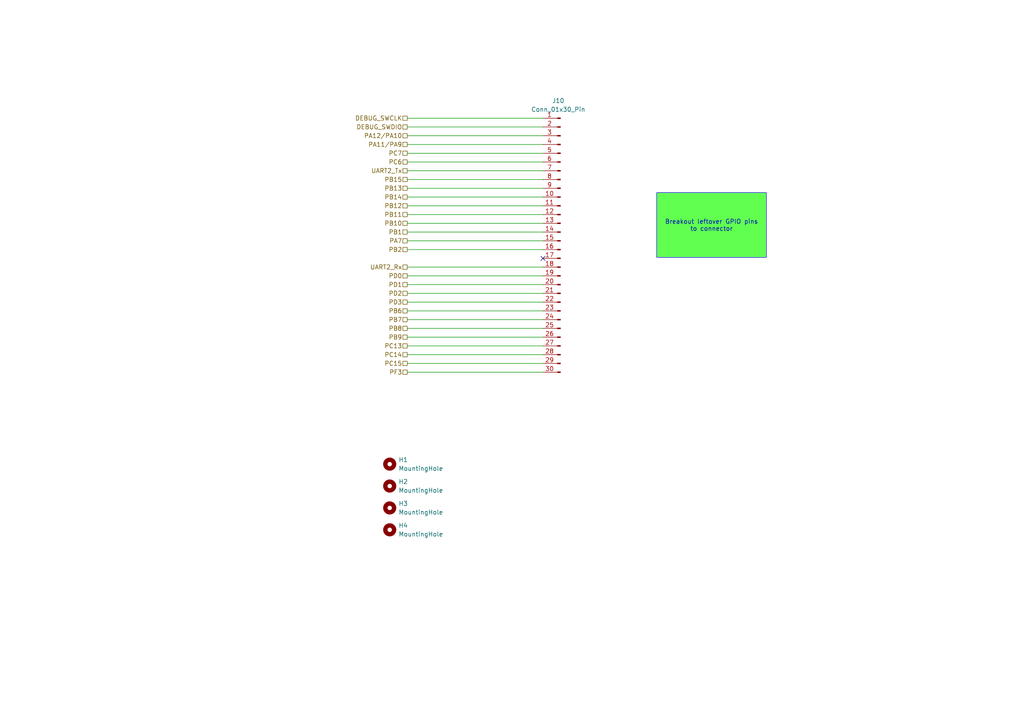
<source format=kicad_sch>
(kicad_sch (version 20231120) (generator "eeschema") (generator_version "8.0")
  (paper "A4")
  (lib_symbols
    (symbol "Connector:Conn_01x30_Pin" (pin_names (offset 1.016) hide)
      (property "Reference" "J" (at 0 38.1 0))
      (property "Value" "Conn_01x30_Pin" (at 0 -40.64 0))
      (symbol "Conn_01x30_Pin_1_1"
        (polyline (pts (xy 1.27 -38.1) (xy 0.8636 -38.1)) (stroke (width 0.1524)))
        (polyline (pts (xy 1.27 -35.56) (xy 0.8636 -35.56)) (stroke (width 0.1524)))
        (polyline (pts (xy 1.27 -33.02) (xy 0.8636 -33.02)) (stroke (width 0.1524)))
        (polyline (pts (xy 1.27 -30.48) (xy 0.8636 -30.48)) (stroke (width 0.1524)))
        (polyline (pts (xy 1.27 -27.94) (xy 0.8636 -27.94)) (stroke (width 0.1524)))
        (polyline (pts (xy 1.27 -25.4) (xy 0.8636 -25.4)) (stroke (width 0.1524)))
        (polyline (pts (xy 1.27 -22.86) (xy 0.8636 -22.86)) (stroke (width 0.1524)))
        (polyline (pts (xy 1.27 -20.32) (xy 0.8636 -20.32)) (stroke (width 0.1524)))
        (polyline (pts (xy 1.27 -17.78) (xy 0.8636 -17.78)) (stroke (width 0.1524)))
        (polyline (pts (xy 1.27 -15.24) (xy 0.8636 -15.24)) (stroke (width 0.1524)))
        (polyline (pts (xy 1.27 -12.7) (xy 0.8636 -12.7)) (stroke (width 0.1524)))
        (polyline (pts (xy 1.27 -10.16) (xy 0.8636 -10.16)) (stroke (width 0.1524)))
        (polyline (pts (xy 1.27 -7.62) (xy 0.8636 -7.62)) (stroke (width 0.1524)))
        (polyline (pts (xy 1.27 -5.08) (xy 0.8636 -5.08)) (stroke (width 0.1524)))
        (polyline (pts (xy 1.27 -2.54) (xy 0.8636 -2.54)) (stroke (width 0.1524)))
        (polyline (pts (xy 1.27 0) (xy 0.8636 0)) (stroke (width 0.1524)))
        (polyline (pts (xy 1.27 2.54) (xy 0.8636 2.54)) (stroke (width 0.1524)))
        (polyline (pts (xy 1.27 5.08) (xy 0.8636 5.08)) (stroke (width 0.1524)))
        (polyline (pts (xy 1.27 7.62) (xy 0.8636 7.62)) (stroke (width 0.1524)))
        (polyline (pts (xy 1.27 10.16) (xy 0.8636 10.16)) (stroke (width 0.1524)))
        (polyline (pts (xy 1.27 12.7) (xy 0.8636 12.7)) (stroke (width 0.1524)))
        (polyline (pts (xy 1.27 15.24) (xy 0.8636 15.24)) (stroke (width 0.1524)))
        (polyline (pts (xy 1.27 17.78) (xy 0.8636 17.78)) (stroke (width 0.1524)))
        (polyline (pts (xy 1.27 20.32) (xy 0.8636 20.32)) (stroke (width 0.1524)))
        (polyline (pts (xy 1.27 22.86) (xy 0.8636 22.86)) (stroke (width 0.1524)))
        (polyline (pts (xy 1.27 25.4) (xy 0.8636 25.4)) (stroke (width 0.1524)))
        (polyline (pts (xy 1.27 27.94) (xy 0.8636 27.94)) (stroke (width 0.1524)))
        (polyline (pts (xy 1.27 30.48) (xy 0.8636 30.48)) (stroke (width 0.1524)))
        (polyline (pts (xy 1.27 33.02) (xy 0.8636 33.02)) (stroke (width 0.1524)))
        (polyline (pts (xy 1.27 35.56) (xy 0.8636 35.56)) (stroke (width 0.1524)))
        (rectangle (start 0.8636 -37.973) (end 0 -38.227) (stroke (width 0.1524)) (fill (type outline)))
        (rectangle (start 0.8636 -35.433) (end 0 -35.687) (stroke (width 0.1524)) (fill (type outline)))
        (rectangle (start 0.8636 -32.893) (end 0 -33.147) (stroke (width 0.1524)) (fill (type outline)))
        (rectangle (start 0.8636 -30.353) (end 0 -30.607) (stroke (width 0.1524)) (fill (type outline)))
        (rectangle (start 0.8636 -27.813) (end 0 -28.067) (stroke (width 0.1524)) (fill (type outline)))
        (rectangle (start 0.8636 -25.273) (end 0 -25.527) (stroke (width 0.1524)) (fill (type outline)))
        (rectangle (start 0.8636 -22.733) (end 0 -22.987) (stroke (width 0.1524)) (fill (type outline)))
        (rectangle (start 0.8636 -20.193) (end 0 -20.447) (stroke (width 0.1524)) (fill (type outline)))
        (rectangle (start 0.8636 -17.653) (end 0 -17.907) (stroke (width 0.1524)) (fill (type outline)))
        (rectangle (start 0.8636 -15.113) (end 0 -15.367) (stroke (width 0.1524)) (fill (type outline)))
        (rectangle (start 0.8636 -12.573) (end 0 -12.827) (stroke (width 0.1524)) (fill (type outline)))
        (rectangle (start 0.8636 -10.033) (end 0 -10.287) (stroke (width 0.1524)) (fill (type outline)))
        (rectangle (start 0.8636 -7.493) (end 0 -7.747) (stroke (width 0.1524)) (fill (type outline)))
        (rectangle (start 0.8636 -4.953) (end 0 -5.207) (stroke (width 0.1524)) (fill (type outline)))
        (rectangle (start 0.8636 -2.413) (end 0 -2.667) (stroke (width 0.1524)) (fill (type outline)))
        (rectangle (start 0.8636 0.127) (end 0 -0.127) (stroke (width 0.1524)) (fill (type outline)))
        (rectangle (start 0.8636 2.667) (end 0 2.413) (stroke (width 0.1524)) (fill (type outline)))
        (rectangle (start 0.8636 5.207) (end 0 4.953) (stroke (width 0.1524)) (fill (type outline)))
        (rectangle (start 0.8636 7.747) (end 0 7.493) (stroke (width 0.1524)) (fill (type outline)))
        (rectangle (start 0.8636 10.287) (end 0 10.033) (stroke (width 0.1524)) (fill (type outline)))
        (rectangle (start 0.8636 12.827) (end 0 12.573) (stroke (width 0.1524)) (fill (type outline)))
        (rectangle (start 0.8636 15.367) (end 0 15.113) (stroke (width 0.1524)) (fill (type outline)))
        (rectangle (start 0.8636 17.907) (end 0 17.653) (stroke (width 0.1524)) (fill (type outline)))
        (rectangle (start 0.8636 20.447) (end 0 20.193) (stroke (width 0.1524)) (fill (type outline)))
        (rectangle (start 0.8636 22.987) (end 0 22.733) (stroke (width 0.1524)) (fill (type outline)))
        (rectangle (start 0.8636 25.527) (end 0 25.273) (stroke (width 0.1524)) (fill (type outline)))
        (rectangle (start 0.8636 28.067) (end 0 27.813) (stroke (width 0.1524)) (fill (type outline)))
        (rectangle (start 0.8636 30.607) (end 0 30.353) (stroke (width 0.1524)) (fill (type outline)))
        (rectangle (start 0.8636 33.147) (end 0 32.893) (stroke (width 0.1524)) (fill (type outline)))
        (rectangle (start 0.8636 35.687) (end 0 35.433) (stroke (width 0.1524)) (fill (type outline)))
        (pin passive line (at 5.08 35.56 180) (length 3.81) (name "Pin_1") (number "1"))
        (pin passive line (at 5.08 12.7 180) (length 3.81) (name "Pin_10") (number "10"))
        (pin passive line (at 5.08 10.16 180) (length 3.81) (name "Pin_11") (number "11"))
        (pin passive line (at 5.08 7.62 180) (length 3.81) (name "Pin_12") (number "12"))
        (pin passive line (at 5.08 5.08 180) (length 3.81) (name "Pin_13") (number "13"))
        (pin passive line (at 5.08 2.54 180) (length 3.81) (name "Pin_14") (number "14"))
        (pin passive line (at 5.08 0 180) (length 3.81) (name "Pin_15") (number "15"))
        (pin passive line (at 5.08 -2.54 180) (length 3.81) (name "Pin_16") (number "16"))
        (pin passive line (at 5.08 -5.08 180) (length 3.81) (name "Pin_17") (number "17"))
        (pin passive line (at 5.08 -7.62 180) (length 3.81) (name "Pin_18") (number "18"))
        (pin passive line (at 5.08 -10.16 180) (length 3.81) (name "Pin_19") (number "19"))
        (pin passive line (at 5.08 33.02 180) (length 3.81) (name "Pin_2") (number "2"))
        (pin passive line (at 5.08 -12.7 180) (length 3.81) (name "Pin_20") (number "20"))
        (pin passive line (at 5.08 -15.24 180) (length 3.81) (name "Pin_21") (number "21"))
        (pin passive line (at 5.08 -17.78 180) (length 3.81) (name "Pin_22") (number "22"))
        (pin passive line (at 5.08 -20.32 180) (length 3.81) (name "Pin_23") (number "23"))
        (pin passive line (at 5.08 -22.86 180) (length 3.81) (name "Pin_24") (number "24"))
        (pin passive line (at 5.08 -25.4 180) (length 3.81) (name "Pin_25") (number "25"))
        (pin passive line (at 5.08 -27.94 180) (length 3.81) (name "Pin_26") (number "26"))
        (pin passive line (at 5.08 -30.48 180) (length 3.81) (name "Pin_27") (number "27"))
        (pin passive line (at 5.08 -33.02 180) (length 3.81) (name "Pin_28") (number "28"))
        (pin passive line (at 5.08 -35.56 180) (length 3.81) (name "Pin_29") (number "29"))
        (pin passive line (at 5.08 30.48 180) (length 3.81) (name "Pin_3") (number "3"))
        (pin passive line (at 5.08 -38.1 180) (length 3.81) (name "Pin_30") (number "30"))
        (pin passive line (at 5.08 27.94 180) (length 3.81) (name "Pin_4") (number "4"))
        (pin passive line (at 5.08 25.4 180) (length 3.81) (name "Pin_5") (number "5"))
        (pin passive line (at 5.08 22.86 180) (length 3.81) (name "Pin_6") (number "6"))
        (pin passive line (at 5.08 20.32 180) (length 3.81) (name "Pin_7") (number "7"))
        (pin passive line (at 5.08 17.78 180) (length 3.81) (name "Pin_8") (number "8"))
        (pin passive line (at 5.08 15.24 180) (length 3.81) (name "Pin_9") (number "9"))
      )
    )
    (symbol "Mechanical:MountingHole" (pin_names (offset 1.016))
      (property "Reference" "H" (at 0 5.08 0))
      (property "Value" "MountingHole" (at 0 3.175 0))
      (symbol "MountingHole_0_1"
        (circle (center 0 0) (radius 1.27) (stroke (width 1.27)))
      )
    )
  )
  (no_connect (at 157.48 74.93))
  (wire (pts (xy 118.11 54.61) (xy 157.48 54.61)))
  (wire (pts (xy 118.11 49.53) (xy 157.48 49.53)))
  (wire (pts (xy 118.11 107.95) (xy 157.48 107.95)))
  (wire (pts (xy 118.11 69.85) (xy 157.48 69.85)))
  (wire (pts (xy 118.11 64.77) (xy 157.48 64.77)))
  (wire (pts (xy 118.11 46.99) (xy 157.48 46.99)))
  (wire (pts (xy 118.11 82.55) (xy 157.48 82.55)))
  (wire (pts (xy 118.11 80.01) (xy 157.48 80.01)))
  (wire (pts (xy 118.11 52.07) (xy 157.48 52.07)))
  (wire (pts (xy 118.11 105.41) (xy 157.48 105.41)))
  (wire (pts (xy 118.11 36.83) (xy 157.48 36.83)))
  (wire (pts (xy 118.11 90.17) (xy 157.48 90.17)))
  (wire (pts (xy 118.11 102.87) (xy 157.48 102.87)))
  (wire (pts (xy 118.11 57.15) (xy 157.48 57.15)))
  (wire (pts (xy 118.11 72.39) (xy 157.48 72.39)))
  (wire (pts (xy 118.11 95.25) (xy 157.48 95.25)))
  (wire (pts (xy 118.11 92.71) (xy 157.48 92.71)))
  (wire (pts (xy 118.11 100.33) (xy 157.48 100.33)))
  (wire (pts (xy 118.11 34.29) (xy 157.48 34.29)))
  (wire (pts (xy 118.11 39.37) (xy 157.48 39.37)))
  (wire (pts (xy 118.11 97.79) (xy 157.48 97.79)))
  (wire (pts (xy 118.11 67.31) (xy 157.48 67.31)))
  (wire (pts (xy 118.11 62.23) (xy 157.48 62.23)))
  (wire (pts (xy 118.11 59.69) (xy 157.48 59.69)))
  (wire (pts (xy 118.11 85.09) (xy 157.48 85.09)))
  (wire (pts (xy 118.11 41.91) (xy 157.48 41.91)))
  (wire (pts (xy 118.11 87.63) (xy 157.48 87.63)))
  (wire (pts (xy 118.11 44.45) (xy 157.48 44.45)))
  (wire (pts (xy 118.11 77.47) (xy 157.48 77.47)))
  (text_box "Breakout leftover GPIO pins to connector\n" (at 190.5 55.88 0) (size 31.75 18.7571) (fill (type color) (color 97 255 80 1)) (effects (font (size 1.27 1.27))))
  (hierarchical_label "PC15" (shape passive) (at 118.11 105.41 180))
  (hierarchical_label "PB8" (shape passive) (at 118.11 95.25 180))
  (hierarchical_label "PB6" (shape passive) (at 118.11 90.17 180))
  (hierarchical_label "PB13" (shape passive) (at 118.11 54.61 180))
  (hierarchical_label "PB14" (shape passive) (at 118.11 57.15 180))
  (hierarchical_label "PB11" (shape passive) (at 118.11 62.23 180))
  (hierarchical_label "PA7" (shape passive) (at 118.11 69.85 180))
  (hierarchical_label "DEBUG_SWDIO" (shape passive) (at 118.11 36.83 180))
  (hierarchical_label "PD3" (shape passive) (at 118.11 87.63 180))
  (hierarchical_label "PA11{slash}PA9" (shape passive) (at 118.11 41.91 180))
  (hierarchical_label "PB9" (shape passive) (at 118.11 97.79 180))
  (hierarchical_label "PD2" (shape passive) (at 118.11 85.09 180))
  (hierarchical_label "PD1" (shape passive) (at 118.11 82.55 180))
  (hierarchical_label "PC7" (shape passive) (at 118.11 44.45 180))
  (hierarchical_label "PF3" (shape passive) (at 118.11 107.95 180))
  (hierarchical_label "PA12{slash}PA10" (shape passive) (at 118.11 39.37 180))
  (hierarchical_label "PC6" (shape passive) (at 118.11 46.99 180))
  (hierarchical_label "UART2_Rx" (shape passive) (at 118.11 77.47 180))
  (hierarchical_label "UART2_Tx" (shape passive) (at 118.11 49.53 180))
  (hierarchical_label "DEBUG_SWCLK" (shape passive) (at 118.11 34.29 180))
  (hierarchical_label "PB12" (shape passive) (at 118.11 59.69 180))
  (hierarchical_label "PC13" (shape passive) (at 118.11 100.33 180))
  (hierarchical_label "PB2" (shape passive) (at 118.11 72.39 180))
  (hierarchical_label "PC14" (shape passive) (at 118.11 102.87 180))
  (hierarchical_label "PD0" (shape passive) (at 118.11 80.01 180))
  (hierarchical_label "PB15" (shape passive) (at 118.11 52.07 180))
  (hierarchical_label "PB1" (shape passive) (at 118.11 67.31 180))
  (hierarchical_label "PB7" (shape passive) (at 118.11 92.71 180))
  (hierarchical_label "PB10" (shape passive) (at 118.11 64.77 180))
  (symbol (lib_id "Mechanical:MountingHole") (at 113.03 153.67 0) (unit 1)
    (property "Reference" "H4" (at 115.57 152.3999 0) (effects (justify left)))
    (property "Value" "MountingHole" (at 115.57 154.9399 0) (effects (justify left)))
    (property "Footprint" "MountingHole:MountingHole_3.2mm_M3" (effects (hide yes)))
    (property "Description" "Mounting Hole without connection" (effects (hide yes)))
  )
  (symbol (lib_id "Connector:Conn_01x30_Pin") (at 162.56 69.85 0) (mirror y) (unit 1)
    (property "Reference" "J10" (at 161.925 29.21 0))
    (property "Value" "Conn_01x30_Pin" (at 161.925 31.75 0))
    (property "Footprint" "Connector_PinHeader_2.54mm:PinHeader_1x30_P2.54mm_Vertical" (effects (hide yes)))
    (property "Description" "Generic connector, single row, 01x30, script generated" (effects (hide yes)))
  )
  (symbol (lib_id "Mechanical:MountingHole") (at 113.03 147.32 0) (unit 1)
    (property "Reference" "H3" (at 115.57 146.0499 0) (effects (justify left)))
    (property "Value" "MountingHole" (at 115.57 148.5899 0) (effects (justify left)))
    (property "Footprint" "MountingHole:MountingHole_3.2mm_M3" (effects (hide yes)))
    (property "Description" "Mounting Hole without connection" (effects (hide yes)))
  )
  (symbol (lib_id "Mechanical:MountingHole") (at 113.03 134.62 0) (unit 1)
    (property "Reference" "H1" (at 115.57 133.3499 0) (effects (justify left)))
    (property "Value" "MountingHole" (at 115.57 135.8899 0) (effects (justify left)))
    (property "Footprint" "MountingHole:MountingHole_3.2mm_M3" (effects (hide yes)))
    (property "Description" "Mounting Hole without connection" (effects (hide yes)))
  )
  (symbol (lib_id "Mechanical:MountingHole") (at 113.03 140.97 0) (unit 1)
    (property "Reference" "H2" (at 115.57 139.6999 0) (effects (justify left)))
    (property "Value" "MountingHole" (at 115.57 142.2399 0) (effects (justify left)))
    (property "Footprint" "MountingHole:MountingHole_3.2mm_M3" (effects (hide yes)))
    (property "Description" "Mounting Hole without connection" (effects (hide yes)))
  )
)
</source>
